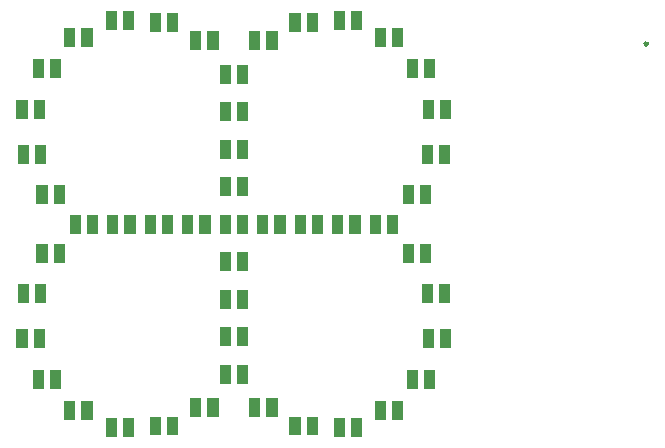
<source format=gbr>
G04 #@! TF.GenerationSoftware,KiCad,Pcbnew,5.0.2+dfsg1-1~bpo9+1*
G04 #@! TF.CreationDate,2019-04-11T03:06:54+03:00*
G04 #@! TF.ProjectId,kicad,6b696361-642e-46b6-9963-61645f706362,rev?*
G04 #@! TF.SameCoordinates,Original*
G04 #@! TF.FileFunction,Soldermask,Top*
G04 #@! TF.FilePolarity,Negative*
%FSLAX46Y46*%
G04 Gerber Fmt 4.6, Leading zero omitted, Abs format (unit mm)*
G04 Created by KiCad (PCBNEW 5.0.2+dfsg1-1~bpo9+1) date Thu 11 Apr 2019 03:06:54 AM MSK*
%MOMM*%
%LPD*%
G01*
G04 APERTURE LIST*
%ADD10C,0.300000*%
%ADD11C,0.100000*%
G04 APERTURE END LIST*
D10*
X158724600Y-88074500D02*
G75*
G03X158724600Y-88074500I-101600J0D01*
G01*
D11*
G36*
X115243907Y-121359079D02*
X114292307Y-121359079D01*
X114292307Y-119757479D01*
X115243907Y-119757479D01*
X115243907Y-121359079D01*
X115243907Y-121359079D01*
G37*
G36*
X133125692Y-121359079D02*
X132174092Y-121359079D01*
X132174092Y-119757479D01*
X133125692Y-119757479D01*
X133125692Y-121359079D01*
X133125692Y-121359079D01*
G37*
G36*
X134575692Y-121359079D02*
X133624092Y-121359079D01*
X133624092Y-119757479D01*
X134575692Y-119757479D01*
X134575692Y-121359079D01*
X134575692Y-121359079D01*
G37*
G36*
X113793907Y-121359079D02*
X112842307Y-121359079D01*
X112842307Y-119757479D01*
X113793907Y-119757479D01*
X113793907Y-121359079D01*
X113793907Y-121359079D01*
G37*
G36*
X119002368Y-121249719D02*
X118050768Y-121249719D01*
X118050768Y-119648119D01*
X119002368Y-119648119D01*
X119002368Y-121249719D01*
X119002368Y-121249719D01*
G37*
G36*
X130817231Y-121249719D02*
X129865631Y-121249719D01*
X129865631Y-119648119D01*
X130817231Y-119648119D01*
X130817231Y-121249719D01*
X130817231Y-121249719D01*
G37*
G36*
X117552368Y-121249719D02*
X116600768Y-121249719D01*
X116600768Y-119648119D01*
X117552368Y-119648119D01*
X117552368Y-121249719D01*
X117552368Y-121249719D01*
G37*
G36*
X129367231Y-121249719D02*
X128415631Y-121249719D01*
X128415631Y-119648119D01*
X129367231Y-119648119D01*
X129367231Y-121249719D01*
X129367231Y-121249719D01*
G37*
G36*
X111749512Y-119970845D02*
X110797912Y-119970845D01*
X110797912Y-118369245D01*
X111749512Y-118369245D01*
X111749512Y-119970845D01*
X111749512Y-119970845D01*
G37*
G36*
X110299512Y-119970845D02*
X109347912Y-119970845D01*
X109347912Y-118369245D01*
X110299512Y-118369245D01*
X110299512Y-119970845D01*
X110299512Y-119970845D01*
G37*
G36*
X136620087Y-119970845D02*
X135668487Y-119970845D01*
X135668487Y-118369245D01*
X136620087Y-118369245D01*
X136620087Y-119970845D01*
X136620087Y-119970845D01*
G37*
G36*
X138070087Y-119970845D02*
X137118487Y-119970845D01*
X137118487Y-118369245D01*
X138070087Y-118369245D01*
X138070087Y-119970845D01*
X138070087Y-119970845D01*
G37*
G36*
X120960133Y-119660652D02*
X120008533Y-119660652D01*
X120008533Y-118059052D01*
X120960133Y-118059052D01*
X120960133Y-119660652D01*
X120960133Y-119660652D01*
G37*
G36*
X122410133Y-119660652D02*
X121458533Y-119660652D01*
X121458533Y-118059052D01*
X122410133Y-118059052D01*
X122410133Y-119660652D01*
X122410133Y-119660652D01*
G37*
G36*
X127409466Y-119660652D02*
X126457866Y-119660652D01*
X126457866Y-118059052D01*
X127409466Y-118059052D01*
X127409466Y-119660652D01*
X127409466Y-119660652D01*
G37*
G36*
X125959466Y-119660652D02*
X125007866Y-119660652D01*
X125007866Y-118059052D01*
X125959466Y-118059052D01*
X125959466Y-119660652D01*
X125959466Y-119660652D01*
G37*
G36*
X140728845Y-117312087D02*
X139777245Y-117312087D01*
X139777245Y-115710487D01*
X140728845Y-115710487D01*
X140728845Y-117312087D01*
X140728845Y-117312087D01*
G37*
G36*
X139278845Y-117312087D02*
X138327245Y-117312087D01*
X138327245Y-115710487D01*
X139278845Y-115710487D01*
X139278845Y-117312087D01*
X139278845Y-117312087D01*
G37*
G36*
X109090754Y-117312087D02*
X108139154Y-117312087D01*
X108139154Y-115710487D01*
X109090754Y-115710487D01*
X109090754Y-117312087D01*
X109090754Y-117312087D01*
G37*
G36*
X107640754Y-117312087D02*
X106689154Y-117312087D01*
X106689154Y-115710487D01*
X107640754Y-115710487D01*
X107640754Y-117312087D01*
X107640754Y-117312087D01*
G37*
G36*
X123459800Y-116851800D02*
X122508200Y-116851800D01*
X122508200Y-115250200D01*
X123459800Y-115250200D01*
X123459800Y-116851800D01*
X123459800Y-116851800D01*
G37*
G36*
X124909800Y-116851800D02*
X123958200Y-116851800D01*
X123958200Y-115250200D01*
X124909800Y-115250200D01*
X124909800Y-116851800D01*
X124909800Y-116851800D01*
G37*
G36*
X142117079Y-113817692D02*
X141165479Y-113817692D01*
X141165479Y-112216092D01*
X142117079Y-112216092D01*
X142117079Y-113817692D01*
X142117079Y-113817692D01*
G37*
G36*
X107702520Y-113817692D02*
X106750920Y-113817692D01*
X106750920Y-112216092D01*
X107702520Y-112216092D01*
X107702520Y-113817692D01*
X107702520Y-113817692D01*
G37*
G36*
X106252520Y-113817692D02*
X105300920Y-113817692D01*
X105300920Y-112216092D01*
X106252520Y-112216092D01*
X106252520Y-113817692D01*
X106252520Y-113817692D01*
G37*
G36*
X140667079Y-113817692D02*
X139715479Y-113817692D01*
X139715479Y-112216092D01*
X140667079Y-112216092D01*
X140667079Y-113817692D01*
X140667079Y-113817692D01*
G37*
G36*
X123459800Y-113676799D02*
X122508200Y-113676799D01*
X122508200Y-112075199D01*
X123459800Y-112075199D01*
X123459800Y-113676799D01*
X123459800Y-113676799D01*
G37*
G36*
X124909800Y-113676799D02*
X123958200Y-113676799D01*
X123958200Y-112075199D01*
X124909800Y-112075199D01*
X124909800Y-113676799D01*
X124909800Y-113676799D01*
G37*
G36*
X123459800Y-110501800D02*
X122508200Y-110501800D01*
X122508200Y-108900200D01*
X123459800Y-108900200D01*
X123459800Y-110501800D01*
X123459800Y-110501800D01*
G37*
G36*
X124909800Y-110501800D02*
X123958200Y-110501800D01*
X123958200Y-108900200D01*
X124909800Y-108900200D01*
X124909800Y-110501800D01*
X124909800Y-110501800D01*
G37*
G36*
X106361880Y-110059231D02*
X105410280Y-110059231D01*
X105410280Y-108457631D01*
X106361880Y-108457631D01*
X106361880Y-110059231D01*
X106361880Y-110059231D01*
G37*
G36*
X140557719Y-110059231D02*
X139606119Y-110059231D01*
X139606119Y-108457631D01*
X140557719Y-108457631D01*
X140557719Y-110059231D01*
X140557719Y-110059231D01*
G37*
G36*
X107811880Y-110059231D02*
X106860280Y-110059231D01*
X106860280Y-108457631D01*
X107811880Y-108457631D01*
X107811880Y-110059231D01*
X107811880Y-110059231D01*
G37*
G36*
X142007719Y-110059231D02*
X141056119Y-110059231D01*
X141056119Y-108457631D01*
X142007719Y-108457631D01*
X142007719Y-110059231D01*
X142007719Y-110059231D01*
G37*
G36*
X124909800Y-107326800D02*
X123958200Y-107326800D01*
X123958200Y-105725200D01*
X124909800Y-105725200D01*
X124909800Y-107326800D01*
X124909800Y-107326800D01*
G37*
G36*
X123459800Y-107326800D02*
X122508200Y-107326800D01*
X122508200Y-105725200D01*
X123459800Y-105725200D01*
X123459800Y-107326800D01*
X123459800Y-107326800D01*
G37*
G36*
X140418652Y-106651466D02*
X139467052Y-106651466D01*
X139467052Y-105049866D01*
X140418652Y-105049866D01*
X140418652Y-106651466D01*
X140418652Y-106651466D01*
G37*
G36*
X109400947Y-106651466D02*
X108449347Y-106651466D01*
X108449347Y-105049866D01*
X109400947Y-105049866D01*
X109400947Y-106651466D01*
X109400947Y-106651466D01*
G37*
G36*
X138968652Y-106651466D02*
X138017052Y-106651466D01*
X138017052Y-105049866D01*
X138968652Y-105049866D01*
X138968652Y-106651466D01*
X138968652Y-106651466D01*
G37*
G36*
X107950947Y-106651466D02*
X106999347Y-106651466D01*
X106999347Y-105049866D01*
X107950947Y-105049866D01*
X107950947Y-106651466D01*
X107950947Y-106651466D01*
G37*
G36*
X123459800Y-104151800D02*
X122508200Y-104151800D01*
X122508200Y-102550200D01*
X123459800Y-102550200D01*
X123459800Y-104151800D01*
X123459800Y-104151800D01*
G37*
G36*
X110759800Y-104151800D02*
X109808200Y-104151800D01*
X109808200Y-102550200D01*
X110759800Y-102550200D01*
X110759800Y-104151800D01*
X110759800Y-104151800D01*
G37*
G36*
X112209800Y-104151800D02*
X111258200Y-104151800D01*
X111258200Y-102550200D01*
X112209800Y-102550200D01*
X112209800Y-104151800D01*
X112209800Y-104151800D01*
G37*
G36*
X113934800Y-104151800D02*
X112983200Y-104151800D01*
X112983200Y-102550200D01*
X113934800Y-102550200D01*
X113934800Y-104151800D01*
X113934800Y-104151800D01*
G37*
G36*
X115384800Y-104151800D02*
X114433200Y-104151800D01*
X114433200Y-102550200D01*
X115384800Y-102550200D01*
X115384800Y-104151800D01*
X115384800Y-104151800D01*
G37*
G36*
X117109800Y-104151800D02*
X116158200Y-104151800D01*
X116158200Y-102550200D01*
X117109800Y-102550200D01*
X117109800Y-104151800D01*
X117109800Y-104151800D01*
G37*
G36*
X118559800Y-104151800D02*
X117608200Y-104151800D01*
X117608200Y-102550200D01*
X118559800Y-102550200D01*
X118559800Y-104151800D01*
X118559800Y-104151800D01*
G37*
G36*
X120284800Y-104151800D02*
X119333200Y-104151800D01*
X119333200Y-102550200D01*
X120284800Y-102550200D01*
X120284800Y-104151800D01*
X120284800Y-104151800D01*
G37*
G36*
X121734800Y-104151800D02*
X120783200Y-104151800D01*
X120783200Y-102550200D01*
X121734800Y-102550200D01*
X121734800Y-104151800D01*
X121734800Y-104151800D01*
G37*
G36*
X131259800Y-104151800D02*
X130308200Y-104151800D01*
X130308200Y-102550200D01*
X131259800Y-102550200D01*
X131259800Y-104151800D01*
X131259800Y-104151800D01*
G37*
G36*
X132984800Y-104151800D02*
X132033200Y-104151800D01*
X132033200Y-102550200D01*
X132984800Y-102550200D01*
X132984800Y-104151800D01*
X132984800Y-104151800D01*
G37*
G36*
X126634800Y-104151800D02*
X125683200Y-104151800D01*
X125683200Y-102550200D01*
X126634800Y-102550200D01*
X126634800Y-104151800D01*
X126634800Y-104151800D01*
G37*
G36*
X137609800Y-104151800D02*
X136658200Y-104151800D01*
X136658200Y-102550200D01*
X137609800Y-102550200D01*
X137609800Y-104151800D01*
X137609800Y-104151800D01*
G37*
G36*
X124909800Y-104151800D02*
X123958200Y-104151800D01*
X123958200Y-102550200D01*
X124909800Y-102550200D01*
X124909800Y-104151800D01*
X124909800Y-104151800D01*
G37*
G36*
X129809800Y-104151800D02*
X128858200Y-104151800D01*
X128858200Y-102550200D01*
X129809800Y-102550200D01*
X129809800Y-104151800D01*
X129809800Y-104151800D01*
G37*
G36*
X136159800Y-104151800D02*
X135208200Y-104151800D01*
X135208200Y-102550200D01*
X136159800Y-102550200D01*
X136159800Y-104151800D01*
X136159800Y-104151800D01*
G37*
G36*
X134434800Y-104151800D02*
X133483200Y-104151800D01*
X133483200Y-102550200D01*
X134434800Y-102550200D01*
X134434800Y-104151800D01*
X134434800Y-104151800D01*
G37*
G36*
X128084800Y-104151800D02*
X127133200Y-104151800D01*
X127133200Y-102550200D01*
X128084800Y-102550200D01*
X128084800Y-104151800D01*
X128084800Y-104151800D01*
G37*
G36*
X140418652Y-101652133D02*
X139467052Y-101652133D01*
X139467052Y-100050533D01*
X140418652Y-100050533D01*
X140418652Y-101652133D01*
X140418652Y-101652133D01*
G37*
G36*
X138968652Y-101652133D02*
X138017052Y-101652133D01*
X138017052Y-100050533D01*
X138968652Y-100050533D01*
X138968652Y-101652133D01*
X138968652Y-101652133D01*
G37*
G36*
X109400947Y-101652133D02*
X108449347Y-101652133D01*
X108449347Y-100050533D01*
X109400947Y-100050533D01*
X109400947Y-101652133D01*
X109400947Y-101652133D01*
G37*
G36*
X107950947Y-101652133D02*
X106999347Y-101652133D01*
X106999347Y-100050533D01*
X107950947Y-100050533D01*
X107950947Y-101652133D01*
X107950947Y-101652133D01*
G37*
G36*
X123459800Y-100976800D02*
X122508200Y-100976800D01*
X122508200Y-99375200D01*
X123459800Y-99375200D01*
X123459800Y-100976800D01*
X123459800Y-100976800D01*
G37*
G36*
X124909800Y-100976800D02*
X123958200Y-100976800D01*
X123958200Y-99375200D01*
X124909800Y-99375200D01*
X124909800Y-100976800D01*
X124909800Y-100976800D01*
G37*
G36*
X142007719Y-98244368D02*
X141056119Y-98244368D01*
X141056119Y-96642768D01*
X142007719Y-96642768D01*
X142007719Y-98244368D01*
X142007719Y-98244368D01*
G37*
G36*
X106361880Y-98244368D02*
X105410280Y-98244368D01*
X105410280Y-96642768D01*
X106361880Y-96642768D01*
X106361880Y-98244368D01*
X106361880Y-98244368D01*
G37*
G36*
X107811880Y-98244368D02*
X106860280Y-98244368D01*
X106860280Y-96642768D01*
X107811880Y-96642768D01*
X107811880Y-98244368D01*
X107811880Y-98244368D01*
G37*
G36*
X140557719Y-98244368D02*
X139606119Y-98244368D01*
X139606119Y-96642768D01*
X140557719Y-96642768D01*
X140557719Y-98244368D01*
X140557719Y-98244368D01*
G37*
G36*
X124909800Y-97801800D02*
X123958200Y-97801800D01*
X123958200Y-96200200D01*
X124909800Y-96200200D01*
X124909800Y-97801800D01*
X124909800Y-97801800D01*
G37*
G36*
X123459800Y-97801800D02*
X122508200Y-97801800D01*
X122508200Y-96200200D01*
X123459800Y-96200200D01*
X123459800Y-97801800D01*
X123459800Y-97801800D01*
G37*
G36*
X123459800Y-94626800D02*
X122508200Y-94626800D01*
X122508200Y-93025200D01*
X123459800Y-93025200D01*
X123459800Y-94626800D01*
X123459800Y-94626800D01*
G37*
G36*
X124909800Y-94626800D02*
X123958200Y-94626800D01*
X123958200Y-93025200D01*
X124909800Y-93025200D01*
X124909800Y-94626800D01*
X124909800Y-94626800D01*
G37*
G36*
X142117079Y-94485907D02*
X141165479Y-94485907D01*
X141165479Y-92884307D01*
X142117079Y-92884307D01*
X142117079Y-94485907D01*
X142117079Y-94485907D01*
G37*
G36*
X107702520Y-94485907D02*
X106750920Y-94485907D01*
X106750920Y-92884307D01*
X107702520Y-92884307D01*
X107702520Y-94485907D01*
X107702520Y-94485907D01*
G37*
G36*
X140667079Y-94485907D02*
X139715479Y-94485907D01*
X139715479Y-92884307D01*
X140667079Y-92884307D01*
X140667079Y-94485907D01*
X140667079Y-94485907D01*
G37*
G36*
X106252520Y-94485907D02*
X105300920Y-94485907D01*
X105300920Y-92884307D01*
X106252520Y-92884307D01*
X106252520Y-94485907D01*
X106252520Y-94485907D01*
G37*
G36*
X124909800Y-91451800D02*
X123958200Y-91451800D01*
X123958200Y-89850200D01*
X124909800Y-89850200D01*
X124909800Y-91451800D01*
X124909800Y-91451800D01*
G37*
G36*
X123459800Y-91451800D02*
X122508200Y-91451800D01*
X122508200Y-89850200D01*
X123459800Y-89850200D01*
X123459800Y-91451800D01*
X123459800Y-91451800D01*
G37*
G36*
X107640754Y-90991512D02*
X106689154Y-90991512D01*
X106689154Y-89389912D01*
X107640754Y-89389912D01*
X107640754Y-90991512D01*
X107640754Y-90991512D01*
G37*
G36*
X109090754Y-90991512D02*
X108139154Y-90991512D01*
X108139154Y-89389912D01*
X109090754Y-89389912D01*
X109090754Y-90991512D01*
X109090754Y-90991512D01*
G37*
G36*
X140728845Y-90991512D02*
X139777245Y-90991512D01*
X139777245Y-89389912D01*
X140728845Y-89389912D01*
X140728845Y-90991512D01*
X140728845Y-90991512D01*
G37*
G36*
X139278845Y-90991512D02*
X138327245Y-90991512D01*
X138327245Y-89389912D01*
X139278845Y-89389912D01*
X139278845Y-90991512D01*
X139278845Y-90991512D01*
G37*
G36*
X120960133Y-88642947D02*
X120008533Y-88642947D01*
X120008533Y-87041347D01*
X120960133Y-87041347D01*
X120960133Y-88642947D01*
X120960133Y-88642947D01*
G37*
G36*
X127409466Y-88642947D02*
X126457866Y-88642947D01*
X126457866Y-87041347D01*
X127409466Y-87041347D01*
X127409466Y-88642947D01*
X127409466Y-88642947D01*
G37*
G36*
X125959466Y-88642947D02*
X125007866Y-88642947D01*
X125007866Y-87041347D01*
X125959466Y-87041347D01*
X125959466Y-88642947D01*
X125959466Y-88642947D01*
G37*
G36*
X122410133Y-88642947D02*
X121458533Y-88642947D01*
X121458533Y-87041347D01*
X122410133Y-87041347D01*
X122410133Y-88642947D01*
X122410133Y-88642947D01*
G37*
G36*
X110299512Y-88332754D02*
X109347912Y-88332754D01*
X109347912Y-86731154D01*
X110299512Y-86731154D01*
X110299512Y-88332754D01*
X110299512Y-88332754D01*
G37*
G36*
X138070087Y-88332754D02*
X137118487Y-88332754D01*
X137118487Y-86731154D01*
X138070087Y-86731154D01*
X138070087Y-88332754D01*
X138070087Y-88332754D01*
G37*
G36*
X136620087Y-88332754D02*
X135668487Y-88332754D01*
X135668487Y-86731154D01*
X136620087Y-86731154D01*
X136620087Y-88332754D01*
X136620087Y-88332754D01*
G37*
G36*
X111749512Y-88332754D02*
X110797912Y-88332754D01*
X110797912Y-86731154D01*
X111749512Y-86731154D01*
X111749512Y-88332754D01*
X111749512Y-88332754D01*
G37*
G36*
X117552368Y-87053880D02*
X116600768Y-87053880D01*
X116600768Y-85452280D01*
X117552368Y-85452280D01*
X117552368Y-87053880D01*
X117552368Y-87053880D01*
G37*
G36*
X119002368Y-87053880D02*
X118050768Y-87053880D01*
X118050768Y-85452280D01*
X119002368Y-85452280D01*
X119002368Y-87053880D01*
X119002368Y-87053880D01*
G37*
G36*
X129367231Y-87053880D02*
X128415631Y-87053880D01*
X128415631Y-85452280D01*
X129367231Y-85452280D01*
X129367231Y-87053880D01*
X129367231Y-87053880D01*
G37*
G36*
X130817231Y-87053880D02*
X129865631Y-87053880D01*
X129865631Y-85452280D01*
X130817231Y-85452280D01*
X130817231Y-87053880D01*
X130817231Y-87053880D01*
G37*
G36*
X133125692Y-86944520D02*
X132174092Y-86944520D01*
X132174092Y-85342920D01*
X133125692Y-85342920D01*
X133125692Y-86944520D01*
X133125692Y-86944520D01*
G37*
G36*
X113793907Y-86944520D02*
X112842307Y-86944520D01*
X112842307Y-85342920D01*
X113793907Y-85342920D01*
X113793907Y-86944520D01*
X113793907Y-86944520D01*
G37*
G36*
X115243907Y-86944520D02*
X114292307Y-86944520D01*
X114292307Y-85342920D01*
X115243907Y-85342920D01*
X115243907Y-86944520D01*
X115243907Y-86944520D01*
G37*
G36*
X134575692Y-86944520D02*
X133624092Y-86944520D01*
X133624092Y-85342920D01*
X134575692Y-85342920D01*
X134575692Y-86944520D01*
X134575692Y-86944520D01*
G37*
M02*

</source>
